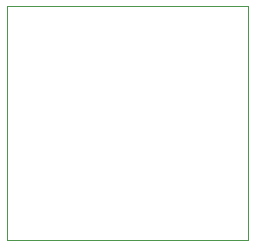
<source format=gbr>
%TF.GenerationSoftware,KiCad,Pcbnew,7.0.2-0*%
%TF.CreationDate,2023-06-08T14:15:15-07:00*%
%TF.ProjectId,ADXRS290BCEZ_gyro,41445852-5332-4393-9042-43455a5f6779,rev?*%
%TF.SameCoordinates,Original*%
%TF.FileFunction,Profile,NP*%
%FSLAX46Y46*%
G04 Gerber Fmt 4.6, Leading zero omitted, Abs format (unit mm)*
G04 Created by KiCad (PCBNEW 7.0.2-0) date 2023-06-08 14:15:15*
%MOMM*%
%LPD*%
G01*
G04 APERTURE LIST*
%TA.AperFunction,Profile*%
%ADD10C,0.100000*%
%TD*%
G04 APERTURE END LIST*
D10*
X125750000Y-86750000D02*
X146150000Y-86750000D01*
X146150000Y-106500000D01*
X125750000Y-106500000D01*
X125750000Y-86750000D01*
M02*

</source>
